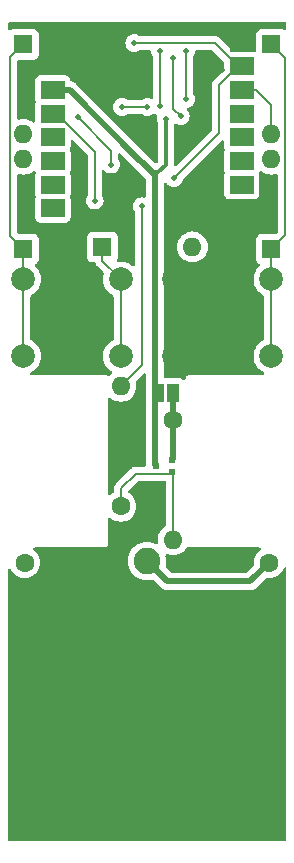
<source format=gbr>
%TF.GenerationSoftware,KiCad,Pcbnew,(7.0.0)*%
%TF.CreationDate,2023-07-04T16:48:58+02:00*%
%TF.ProjectId,attiny85_remote,61747469-6e79-4383-955f-72656d6f7465,rev?*%
%TF.SameCoordinates,Original*%
%TF.FileFunction,Copper,L1,Top*%
%TF.FilePolarity,Positive*%
%FSLAX46Y46*%
G04 Gerber Fmt 4.6, Leading zero omitted, Abs format (unit mm)*
G04 Created by KiCad (PCBNEW (7.0.0)) date 2023-07-04 16:48:58*
%MOMM*%
%LPD*%
G01*
G04 APERTURE LIST*
%TA.AperFunction,ComponentPad*%
%ADD10C,2.250000*%
%TD*%
%TA.AperFunction,ComponentPad*%
%ADD11C,1.755000*%
%TD*%
%TA.AperFunction,SMDPad,CuDef*%
%ADD12R,1.000000X1.500000*%
%TD*%
%TA.AperFunction,ComponentPad*%
%ADD13C,1.600000*%
%TD*%
%TA.AperFunction,SMDPad,CuDef*%
%ADD14R,0.600000X0.600000*%
%TD*%
%TA.AperFunction,SMDPad,CuDef*%
%ADD15R,2.000000X1.500000*%
%TD*%
%TA.AperFunction,ComponentPad*%
%ADD16C,2.000000*%
%TD*%
%TA.AperFunction,ComponentPad*%
%ADD17R,1.600000X1.600000*%
%TD*%
%TA.AperFunction,ComponentPad*%
%ADD18O,1.600000X1.600000*%
%TD*%
%TA.AperFunction,ViaPad*%
%ADD19C,0.500000*%
%TD*%
%TA.AperFunction,ViaPad*%
%ADD20C,0.800000*%
%TD*%
%TA.AperFunction,Conductor*%
%ADD21C,0.200000*%
%TD*%
%TA.AperFunction,Conductor*%
%ADD22C,0.500000*%
%TD*%
%TA.AperFunction,Conductor*%
%ADD23C,0.300000*%
%TD*%
G04 APERTURE END LIST*
D10*
%TO.P,BT1,+*%
%TO.N,+3.3V*%
X191075000Y-90400000D03*
D11*
%TO.P,BT1,-*%
%TO.N,GND*%
X191075000Y-110400000D03*
%TD*%
D12*
%TO.P,J3,1,Pin_1*%
%TO.N,+3.3V*%
X193299999Y-76149999D03*
%TO.P,J3,2,Pin_2*%
%TO.N,VCC*%
X191999999Y-76149999D03*
%TD*%
D13*
%TO.P,C2,1*%
%TO.N,GND*%
X185725000Y-90525000D03*
%TO.P,C2,2*%
%TO.N,+3.3V*%
X180725000Y-90525000D03*
%TD*%
%TO.P,C1,1*%
%TO.N,GND*%
X196425000Y-90525000D03*
%TO.P,C1,2*%
%TO.N,+3.3V*%
X201425000Y-90525000D03*
%TD*%
D14*
%TO.P,Q1,1,G*%
%TO.N,Net-(Q1-G)*%
X193224999Y-82824999D03*
%TO.P,Q1,2,S*%
%TO.N,+3.3V*%
X193224999Y-81824999D03*
%TO.P,Q1,3,D*%
%TO.N,VCC*%
X191824999Y-82324999D03*
%TD*%
D15*
%TO.P,U1,1,GND*%
%TO.N,GND*%
X183099999Y-46524999D03*
%TO.P,U1,2,GND*%
X183099999Y-48524999D03*
%TO.P,U1,3,VDD*%
%TO.N,VCC*%
X183099999Y-50524999D03*
%TO.P,U1,4,~{RESET}*%
%TO.N,/RST*%
X183099999Y-52524999D03*
%TO.P,U1,5,DIO0*%
%TO.N,unconnected-(U1-DIO0-Pad5)*%
X183099999Y-54524999D03*
%TO.P,U1,6,DIO1*%
%TO.N,unconnected-(U1-DIO1-Pad6)*%
X183099999Y-56524999D03*
%TO.P,U1,7,DIO2*%
%TO.N,unconnected-(U1-DIO2-Pad7)*%
X183099999Y-58524999D03*
%TO.P,U1,8,DIO3*%
%TO.N,unconnected-(U1-DIO3-Pad8)*%
X183099999Y-60524999D03*
%TO.P,U1,9,GND*%
%TO.N,GND*%
X199099999Y-60524999D03*
%TO.P,U1,10,DIO4*%
%TO.N,unconnected-(U1-DIO4-Pad10)*%
X199099999Y-58524999D03*
%TO.P,U1,11,DIO5*%
%TO.N,unconnected-(U1-DIO5-Pad11)*%
X199099999Y-56524999D03*
%TO.P,U1,12,SCK*%
%TO.N,/INT0*%
X199099999Y-54524999D03*
%TO.P,U1,13,MISO*%
%TO.N,/MISO*%
X199099999Y-52524999D03*
%TO.P,U1,14,MOSI*%
%TO.N,/MOSI*%
X199099999Y-50524999D03*
%TO.P,U1,15,~{NSS}*%
%TO.N,/PB3*%
X199099999Y-48524999D03*
%TO.P,U1,16,GND*%
%TO.N,GND*%
X199099999Y-46524999D03*
%TD*%
D16*
%TO.P,SW1,1,1*%
%TO.N,Net-(D5-K)*%
X201600000Y-73050000D03*
X201600000Y-66550000D03*
%TO.P,SW1,2,2*%
%TO.N,GND*%
X197100000Y-73050000D03*
X197100000Y-66550000D03*
%TD*%
D17*
%TO.P,D6,1,K*%
%TO.N,Net-(D5-K)*%
X201599999Y-46654999D03*
D18*
%TO.P,D6,2,A*%
%TO.N,/MOSI*%
X201599999Y-54274999D03*
%TD*%
D13*
%TO.P,R2,1*%
%TO.N,Net-(Q1-G)*%
X188875000Y-85760000D03*
D18*
%TO.P,R2,2*%
%TO.N,/DRV*%
X188874999Y-75599999D03*
%TD*%
D17*
%TO.P,D3,1,K*%
%TO.N,Net-(D3-K)*%
X180599999Y-63994999D03*
D18*
%TO.P,D3,2,A*%
%TO.N,Net-(D1-A)*%
X180599999Y-56374999D03*
%TD*%
D16*
%TO.P,SW3,1,1*%
%TO.N,Net-(D1-K)*%
X188850000Y-66550000D03*
X188850000Y-73050000D03*
%TO.P,SW3,2,2*%
%TO.N,GND*%
X193350000Y-66550000D03*
X193350000Y-73050000D03*
%TD*%
D17*
%TO.P,D4,1,K*%
%TO.N,Net-(D3-K)*%
X180599999Y-46654999D03*
D18*
%TO.P,D4,2,A*%
%TO.N,/MISO*%
X180599999Y-54274999D03*
%TD*%
%TO.P,D5,2,A*%
%TO.N,Net-(D1-A)*%
X201599999Y-56374999D03*
D17*
%TO.P,D5,1,K*%
%TO.N,Net-(D5-K)*%
X201599999Y-63994999D03*
%TD*%
D13*
%TO.P,R1,1*%
%TO.N,+3.3V*%
X193275000Y-78440000D03*
D18*
%TO.P,R1,2*%
%TO.N,Net-(Q1-G)*%
X193274999Y-88599999D03*
%TD*%
D16*
%TO.P,SW2,1,1*%
%TO.N,Net-(D3-K)*%
X180600000Y-66550000D03*
X180600000Y-73050000D03*
%TO.P,SW2,2,2*%
%TO.N,GND*%
X185100000Y-66550000D03*
X185100000Y-73050000D03*
%TD*%
D17*
%TO.P,D1,1,K*%
%TO.N,Net-(D1-K)*%
X187299999Y-63799999D03*
D18*
%TO.P,D1,2,A*%
%TO.N,Net-(D1-A)*%
X194919999Y-63799999D03*
%TD*%
D19*
%TO.N,GND*%
X196350000Y-53900000D03*
D20*
X189075000Y-82275000D03*
D19*
X197125000Y-55975000D03*
X190625000Y-59325000D03*
D20*
X191875000Y-85600000D03*
D19*
X195250000Y-54175000D03*
D20*
X188925000Y-79275000D03*
D19*
X197125000Y-56975000D03*
X180825000Y-94400000D03*
X197450000Y-48800000D03*
X190825000Y-55025000D03*
X190175000Y-54075000D03*
X194500000Y-58500000D03*
X193700000Y-90300000D03*
X201150000Y-94275000D03*
X180975000Y-113075000D03*
X183525000Y-63850000D03*
X196400000Y-108025000D03*
X185125000Y-57550000D03*
X191025000Y-49125000D03*
X201800000Y-113025000D03*
X187925000Y-58150000D03*
X195425000Y-49075000D03*
X198500000Y-46175000D03*
X184925000Y-48375000D03*
X185275000Y-56200000D03*
X183100000Y-46525000D03*
X191525000Y-95575000D03*
X191625000Y-54075000D03*
X186150000Y-107575000D03*
D20*
X188900000Y-88350000D03*
D19*
X188500000Y-50550000D03*
D20*
X190525000Y-77375000D03*
D19*
X180725000Y-51275000D03*
X198650000Y-90375000D03*
X199825000Y-46950000D03*
X195500000Y-53225000D03*
%TO.N,/INT0*%
X192175000Y-47250000D03*
X198400000Y-54575000D03*
X192175000Y-51900000D03*
%TO.N,/MOSI*%
X198400000Y-50550000D03*
%TO.N,/MISO*%
X188950000Y-51950000D03*
X194375000Y-51300000D03*
X191112500Y-51962500D03*
X194375000Y-47250000D03*
X198400000Y-52550000D03*
%TO.N,/PB5*%
X193300000Y-47800000D03*
X193925000Y-52750000D03*
%TO.N,/PB3*%
X190005000Y-46525000D03*
X193350000Y-57975000D03*
%TO.N,/PB4*%
X185200000Y-52825000D03*
X188025000Y-56825000D03*
%TO.N,VCC*%
X192675000Y-52950000D03*
%TO.N,/RST*%
X186650000Y-59875000D03*
%TO.N,/DRV*%
X190650000Y-60357500D03*
%TD*%
D21*
%TO.N,Net-(Q1-G)*%
X190125000Y-83000000D02*
X193050000Y-83000000D01*
X188875000Y-85760000D02*
X188875000Y-84250000D01*
X188875000Y-84250000D02*
X190125000Y-83000000D01*
X193050000Y-83000000D02*
X193225000Y-82825000D01*
X193275000Y-82875000D02*
X193225000Y-82825000D01*
X193275000Y-88600000D02*
X193275000Y-82875000D01*
D22*
%TO.N,VCC*%
X191750000Y-76400000D02*
X192000000Y-76150000D01*
X191825000Y-82325000D02*
X191750000Y-82250000D01*
X191750000Y-82250000D02*
X191750000Y-76400000D01*
%TO.N,+3.3V*%
X193275000Y-81775000D02*
X193225000Y-81825000D01*
X193275000Y-78440000D02*
X193275000Y-81775000D01*
X193275000Y-78440000D02*
X193275000Y-76175000D01*
X193275000Y-76175000D02*
X193300000Y-76150000D01*
%TO.N,VCC*%
X191850000Y-76150000D02*
X192275000Y-76150000D01*
X191750000Y-76250000D02*
X191850000Y-76150000D01*
D21*
%TO.N,Net-(D3-K)*%
X180600000Y-63995000D02*
X180600000Y-66550000D01*
X179500000Y-62895000D02*
X180600000Y-63995000D01*
X179500000Y-47755000D02*
X179500000Y-62895000D01*
X180600000Y-46655000D02*
X179500000Y-47755000D01*
D22*
%TO.N,+3.3V*%
X199825000Y-92125000D02*
X192800000Y-92125000D01*
X192800000Y-92125000D02*
X191075000Y-90400000D01*
X201425000Y-90525000D02*
X199825000Y-92125000D01*
D21*
%TO.N,/INT0*%
X192175000Y-51900000D02*
X192175000Y-47250000D01*
%TO.N,Net-(D1-K)*%
X188850000Y-73050000D02*
X188850000Y-66550000D01*
X187290000Y-63800000D02*
X187290000Y-64990000D01*
X187290000Y-64990000D02*
X188850000Y-66550000D01*
%TO.N,/MOSI*%
X201550000Y-51800000D02*
X200275000Y-50525000D01*
X200275000Y-50525000D02*
X199075000Y-50525000D01*
X201550000Y-54265000D02*
X201550000Y-51800000D01*
%TO.N,/MISO*%
X194375000Y-51300000D02*
X194375000Y-47250000D01*
X191100000Y-51950000D02*
X191112500Y-51962500D01*
X188950000Y-51950000D02*
X191100000Y-51950000D01*
%TO.N,Net-(D5-K)*%
X201600000Y-64050000D02*
X201600000Y-66550000D01*
X201600000Y-73050000D02*
X201600000Y-66550000D01*
X201550000Y-46645000D02*
X202750000Y-47845000D01*
X202750000Y-62800000D02*
X201550000Y-64000000D01*
X201550000Y-64000000D02*
X201600000Y-64050000D01*
X202750000Y-47845000D02*
X202750000Y-62800000D01*
%TO.N,/PB5*%
X193300000Y-52125000D02*
X193925000Y-52750000D01*
X193300000Y-47800000D02*
X193300000Y-52125000D01*
%TO.N,/PB3*%
X196800000Y-46525000D02*
X190005000Y-46525000D01*
X193350000Y-57975000D02*
X197200000Y-54125000D01*
X198750000Y-48525000D02*
X199100000Y-48525000D01*
X197200000Y-50075000D02*
X198750000Y-48525000D01*
X198800000Y-48525000D02*
X196800000Y-46525000D01*
X199100000Y-48525000D02*
X198800000Y-48525000D01*
X197200000Y-54125000D02*
X197200000Y-50075000D01*
%TO.N,/PB4*%
X188025000Y-55650000D02*
X188025000Y-56825000D01*
X185200000Y-52825000D02*
X188025000Y-55650000D01*
D22*
%TO.N,VCC*%
X191487500Y-57487500D02*
X190725000Y-56725000D01*
D23*
X192025000Y-57475000D02*
X191750000Y-57750000D01*
D22*
X192275000Y-76150000D02*
X191750000Y-76150000D01*
X183075000Y-50525000D02*
X184525000Y-50525000D01*
X191750000Y-76150000D02*
X191750000Y-57750000D01*
D23*
X192012500Y-57487500D02*
X191487500Y-57487500D01*
X192675000Y-52950000D02*
X192675000Y-56825000D01*
D22*
X190412500Y-56412500D02*
X190725000Y-56725000D01*
X184525000Y-50525000D02*
X190412500Y-56412500D01*
X191750000Y-57750000D02*
X191487500Y-57487500D01*
D23*
X192025000Y-57475000D02*
X192012500Y-57487500D01*
X192675000Y-56825000D02*
X192025000Y-57475000D01*
D21*
%TO.N,/RST*%
X186650000Y-59875000D02*
X186650000Y-55750000D01*
X186650000Y-55750000D02*
X183425000Y-52525000D01*
X183425000Y-52525000D02*
X183100000Y-52525000D01*
%TO.N,Net-(D3-K)*%
X180600000Y-66550000D02*
X180600000Y-73050000D01*
%TO.N,/DRV*%
X190650000Y-60357500D02*
X190650000Y-73825000D01*
X190650000Y-73825000D02*
X188875000Y-75600000D01*
%TD*%
%TA.AperFunction,Conductor*%
%TO.N,GND*%
G36*
X192612500Y-83617113D02*
G01*
X192657887Y-83662500D01*
X192674500Y-83724500D01*
X192674500Y-87368307D01*
X192660489Y-87425564D01*
X192621623Y-87469882D01*
X192440296Y-87596847D01*
X192440291Y-87596850D01*
X192435861Y-87599953D01*
X192432037Y-87603776D01*
X192432031Y-87603782D01*
X192278782Y-87757031D01*
X192278776Y-87757037D01*
X192274953Y-87760861D01*
X192271850Y-87765291D01*
X192271847Y-87765296D01*
X192147540Y-87942826D01*
X192147535Y-87942833D01*
X192144432Y-87947266D01*
X192142144Y-87952172D01*
X192142142Y-87952176D01*
X192050550Y-88148594D01*
X192050547Y-88148599D01*
X192048261Y-88153504D01*
X192046862Y-88158724D01*
X192046858Y-88158736D01*
X191990764Y-88368083D01*
X191990762Y-88368094D01*
X191989365Y-88373308D01*
X191969532Y-88600000D01*
X191970004Y-88605395D01*
X191989065Y-88823270D01*
X191977460Y-88887456D01*
X191934885Y-88936872D01*
X191873122Y-88957845D01*
X191815767Y-88945923D01*
X191815243Y-88947191D01*
X191578860Y-88849278D01*
X191574134Y-88848143D01*
X191574130Y-88848142D01*
X191334799Y-88790683D01*
X191334794Y-88790682D01*
X191330070Y-88789548D01*
X191325223Y-88789166D01*
X191325220Y-88789166D01*
X191079854Y-88769856D01*
X191075000Y-88769474D01*
X191070146Y-88769856D01*
X190824779Y-88789166D01*
X190824774Y-88789166D01*
X190819930Y-88789548D01*
X190815207Y-88790681D01*
X190815200Y-88790683D01*
X190575869Y-88848142D01*
X190575861Y-88848144D01*
X190571140Y-88849278D01*
X190566647Y-88851138D01*
X190566644Y-88851140D01*
X190339261Y-88945325D01*
X190339256Y-88945327D01*
X190334757Y-88947191D01*
X190330604Y-88949735D01*
X190330598Y-88949739D01*
X190120758Y-89078328D01*
X190120744Y-89078338D01*
X190116601Y-89080877D01*
X190112901Y-89084036D01*
X190112890Y-89084045D01*
X189925751Y-89243877D01*
X189925744Y-89243883D01*
X189922044Y-89247044D01*
X189918883Y-89250744D01*
X189918877Y-89250751D01*
X189759045Y-89437890D01*
X189759036Y-89437901D01*
X189755877Y-89441601D01*
X189753338Y-89445744D01*
X189753328Y-89445758D01*
X189624739Y-89655598D01*
X189624735Y-89655604D01*
X189622191Y-89659757D01*
X189620327Y-89664256D01*
X189620325Y-89664261D01*
X189552444Y-89828141D01*
X189524278Y-89896140D01*
X189523144Y-89900861D01*
X189523142Y-89900869D01*
X189465683Y-90140200D01*
X189465681Y-90140207D01*
X189464548Y-90144930D01*
X189444474Y-90400000D01*
X189464548Y-90655070D01*
X189465682Y-90659794D01*
X189465683Y-90659799D01*
X189521469Y-90892162D01*
X189524278Y-90903860D01*
X189622191Y-91140243D01*
X189624738Y-91144400D01*
X189624739Y-91144401D01*
X189753328Y-91354241D01*
X189753334Y-91354249D01*
X189755877Y-91358399D01*
X189759041Y-91362104D01*
X189759045Y-91362109D01*
X189900859Y-91528152D01*
X189922044Y-91552956D01*
X189925751Y-91556122D01*
X190112890Y-91715954D01*
X190112893Y-91715956D01*
X190116601Y-91719123D01*
X190120752Y-91721667D01*
X190120758Y-91721671D01*
X190172113Y-91753141D01*
X190334757Y-91852809D01*
X190571140Y-91950722D01*
X190819930Y-92010452D01*
X191075000Y-92030526D01*
X191330070Y-92010452D01*
X191499639Y-91969741D01*
X191562243Y-91970970D01*
X191616266Y-92002634D01*
X192224267Y-92610634D01*
X192236049Y-92624267D01*
X192246077Y-92637738D01*
X192246081Y-92637742D01*
X192250390Y-92643530D01*
X192288352Y-92675384D01*
X192296314Y-92682681D01*
X192300223Y-92686590D01*
X192303055Y-92688829D01*
X192303065Y-92688838D01*
X192324542Y-92705819D01*
X192327298Y-92708063D01*
X192384786Y-92756302D01*
X192391245Y-92759546D01*
X192394134Y-92761446D01*
X192394417Y-92761650D01*
X192394710Y-92761814D01*
X192397659Y-92763632D01*
X192403323Y-92768111D01*
X192471357Y-92799835D01*
X192474483Y-92801348D01*
X192541567Y-92835040D01*
X192548597Y-92836705D01*
X192551831Y-92837883D01*
X192552163Y-92838020D01*
X192552493Y-92838114D01*
X192555781Y-92839203D01*
X192562327Y-92842256D01*
X192635862Y-92857439D01*
X192639223Y-92858184D01*
X192712279Y-92875500D01*
X192719509Y-92875500D01*
X192722949Y-92875902D01*
X192723286Y-92875956D01*
X192723640Y-92875972D01*
X192727066Y-92876271D01*
X192734144Y-92877733D01*
X192809110Y-92875552D01*
X192812717Y-92875500D01*
X199761293Y-92875500D01*
X199779264Y-92876809D01*
X199783160Y-92877379D01*
X199803023Y-92880289D01*
X199852368Y-92875972D01*
X199863176Y-92875500D01*
X199865100Y-92875500D01*
X199868709Y-92875500D01*
X199899550Y-92871894D01*
X199903031Y-92871539D01*
X199977797Y-92864999D01*
X199984653Y-92862726D01*
X199988043Y-92862027D01*
X199988375Y-92861973D01*
X199988728Y-92861873D01*
X199992071Y-92861080D01*
X199999255Y-92860241D01*
X200069760Y-92834579D01*
X200073118Y-92833412D01*
X200144334Y-92809814D01*
X200150486Y-92806018D01*
X200153607Y-92804564D01*
X200153929Y-92804430D01*
X200154238Y-92804258D01*
X200157315Y-92802712D01*
X200164117Y-92800237D01*
X200226837Y-92758984D01*
X200229732Y-92757140D01*
X200293656Y-92717712D01*
X200298763Y-92712603D01*
X200301476Y-92710459D01*
X200301758Y-92710254D01*
X200302029Y-92710007D01*
X200304658Y-92707800D01*
X200310696Y-92703830D01*
X200362186Y-92649252D01*
X200364631Y-92646735D01*
X201159652Y-91851714D01*
X201204921Y-91822875D01*
X201258136Y-91815869D01*
X201425000Y-91830468D01*
X201651692Y-91810635D01*
X201871496Y-91751739D01*
X202077734Y-91655568D01*
X202264139Y-91525047D01*
X202425047Y-91364139D01*
X202555568Y-91177734D01*
X202638118Y-91000705D01*
X202681160Y-90950310D01*
X202744011Y-90929281D01*
X202808715Y-90943626D01*
X202856789Y-90989246D01*
X202874500Y-91053111D01*
X202874500Y-114000500D01*
X202857887Y-114062500D01*
X202812500Y-114107887D01*
X202750500Y-114124500D01*
X179449500Y-114124500D01*
X179387500Y-114107887D01*
X179342113Y-114062500D01*
X179325500Y-114000500D01*
X179325500Y-91160336D01*
X179343211Y-91096471D01*
X179391285Y-91050851D01*
X179455989Y-91036506D01*
X179518840Y-91057535D01*
X179561882Y-91107931D01*
X179594432Y-91177734D01*
X179724953Y-91364139D01*
X179885861Y-91525047D01*
X180072266Y-91655568D01*
X180278504Y-91751739D01*
X180498308Y-91810635D01*
X180725000Y-91830468D01*
X180951692Y-91810635D01*
X181171496Y-91751739D01*
X181377734Y-91655568D01*
X181564139Y-91525047D01*
X181725047Y-91364139D01*
X181855568Y-91177734D01*
X181951739Y-90971496D01*
X182010635Y-90751692D01*
X182030468Y-90525000D01*
X182010635Y-90298308D01*
X181968270Y-90140200D01*
X181953141Y-90083736D01*
X181953140Y-90083734D01*
X181951739Y-90078504D01*
X181855568Y-89872266D01*
X181725047Y-89685861D01*
X181564139Y-89524953D01*
X181494332Y-89476074D01*
X181454006Y-89428859D01*
X181441626Y-89368011D01*
X181460298Y-89308790D01*
X181505339Y-89266047D01*
X181565456Y-89250500D01*
X187446840Y-89250500D01*
X187458280Y-89251029D01*
X187460743Y-89251257D01*
X187471793Y-89254401D01*
X187508183Y-89251028D01*
X187519624Y-89250500D01*
X187522109Y-89250500D01*
X187527844Y-89250500D01*
X187535939Y-89248986D01*
X187547259Y-89247407D01*
X187583660Y-89244035D01*
X187593947Y-89238912D01*
X187596317Y-89238238D01*
X187596587Y-89238174D01*
X187596842Y-89238062D01*
X187599138Y-89237172D01*
X187610433Y-89235061D01*
X187641530Y-89215805D01*
X187651488Y-89210259D01*
X187684228Y-89193958D01*
X187691972Y-89185461D01*
X187693924Y-89183988D01*
X187694165Y-89183822D01*
X187694367Y-89183621D01*
X187696177Y-89181970D01*
X187705952Y-89175919D01*
X187727980Y-89146747D01*
X187735284Y-89137951D01*
X187759916Y-89110933D01*
X187764069Y-89100209D01*
X187765360Y-89098126D01*
X187765521Y-89097889D01*
X187765637Y-89097629D01*
X187766728Y-89095436D01*
X187773656Y-89086264D01*
X187783659Y-89051102D01*
X187787292Y-89040263D01*
X187800500Y-89006173D01*
X187800500Y-88994679D01*
X187800952Y-88992261D01*
X187801016Y-88991986D01*
X187801029Y-88991720D01*
X187801257Y-88989256D01*
X187804401Y-88978207D01*
X187801028Y-88941816D01*
X187800500Y-88930376D01*
X187800500Y-86824048D01*
X187814015Y-86767753D01*
X187851615Y-86723730D01*
X187905102Y-86701575D01*
X187962818Y-86706117D01*
X188012181Y-86736366D01*
X188035861Y-86760047D01*
X188222266Y-86890568D01*
X188428504Y-86986739D01*
X188648308Y-87045635D01*
X188875000Y-87065468D01*
X189101692Y-87045635D01*
X189321496Y-86986739D01*
X189527734Y-86890568D01*
X189714139Y-86760047D01*
X189875047Y-86599139D01*
X190005568Y-86412734D01*
X190101739Y-86206496D01*
X190160635Y-85986692D01*
X190180468Y-85760000D01*
X190160635Y-85533308D01*
X190101739Y-85313504D01*
X190005568Y-85107266D01*
X189875047Y-84920861D01*
X189714139Y-84759953D01*
X189541190Y-84638854D01*
X189504928Y-84599282D01*
X189488787Y-84548089D01*
X189495793Y-84494871D01*
X189524632Y-84449602D01*
X190337416Y-83636819D01*
X190377644Y-83609939D01*
X190425097Y-83600500D01*
X192550500Y-83600500D01*
X192612500Y-83617113D01*
G37*
%TD.AperFunction*%
%TA.AperFunction,Conductor*%
G36*
X194525399Y-89226975D02*
G01*
X194548886Y-89233657D01*
X194559750Y-89237298D01*
X194583109Y-89246348D01*
X194583110Y-89246348D01*
X194593827Y-89250500D01*
X194605321Y-89250500D01*
X194607739Y-89250952D01*
X194608014Y-89251016D01*
X194608280Y-89251029D01*
X194610743Y-89251257D01*
X194621793Y-89254401D01*
X194658183Y-89251028D01*
X194669624Y-89250500D01*
X200584544Y-89250500D01*
X200644661Y-89266047D01*
X200689702Y-89308790D01*
X200708374Y-89368011D01*
X200695994Y-89428859D01*
X200655667Y-89476075D01*
X200590296Y-89521847D01*
X200590291Y-89521850D01*
X200585861Y-89524953D01*
X200582037Y-89528776D01*
X200582031Y-89528782D01*
X200428782Y-89682031D01*
X200428776Y-89682037D01*
X200424953Y-89685861D01*
X200421850Y-89690291D01*
X200421847Y-89690296D01*
X200297540Y-89867826D01*
X200297535Y-89867833D01*
X200294432Y-89872266D01*
X200292144Y-89877172D01*
X200292142Y-89877176D01*
X200200550Y-90073594D01*
X200200547Y-90073599D01*
X200198261Y-90078504D01*
X200196862Y-90083724D01*
X200196858Y-90083736D01*
X200140764Y-90293083D01*
X200140762Y-90293094D01*
X200139365Y-90298308D01*
X200119532Y-90525000D01*
X200120004Y-90530395D01*
X200120004Y-90530396D01*
X200134129Y-90691861D01*
X200127123Y-90745078D01*
X200098282Y-90790348D01*
X199550451Y-91338181D01*
X199510223Y-91365061D01*
X199462770Y-91374500D01*
X193162229Y-91374500D01*
X193114776Y-91365061D01*
X193074548Y-91338181D01*
X192677634Y-90941266D01*
X192645970Y-90887243D01*
X192644741Y-90824639D01*
X192685452Y-90655070D01*
X192705526Y-90400000D01*
X192685452Y-90144930D01*
X192641410Y-89961484D01*
X192644478Y-89892937D01*
X192683528Y-89836514D01*
X192746604Y-89809497D01*
X192814388Y-89820156D01*
X192828504Y-89826739D01*
X192833734Y-89828140D01*
X192833736Y-89828141D01*
X192998414Y-89872266D01*
X193048308Y-89885635D01*
X193275000Y-89905468D01*
X193501692Y-89885635D01*
X193721496Y-89826739D01*
X193927734Y-89730568D01*
X194114139Y-89600047D01*
X194275047Y-89439139D01*
X194389895Y-89275116D01*
X194426912Y-89240372D01*
X194474755Y-89223374D01*
X194525399Y-89226975D01*
G37*
%TD.AperFunction*%
%TA.AperFunction,Conductor*%
G36*
X190948385Y-74523779D02*
G01*
X190985985Y-74567802D01*
X190999500Y-74624097D01*
X190999500Y-76124555D01*
X190999290Y-76131764D01*
X190995669Y-76193935D01*
X190996921Y-76201039D01*
X190997238Y-76206484D01*
X190998183Y-76215735D01*
X190999447Y-76259147D01*
X190999500Y-76262756D01*
X190999500Y-76312816D01*
X190999028Y-76323626D01*
X190998726Y-76327070D01*
X190997266Y-76334144D01*
X190997476Y-76341360D01*
X190997476Y-76341361D01*
X190999448Y-76409130D01*
X190999500Y-76412737D01*
X190999500Y-82186293D01*
X190998191Y-82204264D01*
X190994711Y-82228023D01*
X190995340Y-82235214D01*
X190995340Y-82235221D01*
X190997919Y-82264693D01*
X190985201Y-82331152D01*
X190939488Y-82381039D01*
X190874391Y-82399500D01*
X190172487Y-82399500D01*
X190156302Y-82398439D01*
X190133059Y-82395379D01*
X190125000Y-82394318D01*
X190116941Y-82395379D01*
X189983739Y-82412915D01*
X189983738Y-82412915D01*
X189968237Y-82414956D01*
X189968238Y-82414956D01*
X189954124Y-82420801D01*
X189954124Y-82420802D01*
X189829666Y-82472354D01*
X189829662Y-82472355D01*
X189822159Y-82475464D01*
X189815714Y-82480408D01*
X189815711Y-82480411D01*
X189703164Y-82566771D01*
X189703160Y-82566774D01*
X189696718Y-82571718D01*
X189691774Y-82578160D01*
X189691771Y-82578164D01*
X189677494Y-82596771D01*
X189666800Y-82608964D01*
X188483965Y-83791798D01*
X188471774Y-83802490D01*
X188453165Y-83816770D01*
X188453161Y-83816773D01*
X188446718Y-83821718D01*
X188441774Y-83828160D01*
X188441772Y-83828163D01*
X188422550Y-83853215D01*
X188355411Y-83940711D01*
X188355408Y-83940714D01*
X188350464Y-83947159D01*
X188347355Y-83954663D01*
X188347353Y-83954668D01*
X188293066Y-84085728D01*
X188293064Y-84085733D01*
X188289956Y-84093238D01*
X188288896Y-84101289D01*
X188288894Y-84101297D01*
X188270702Y-84239482D01*
X188269318Y-84250000D01*
X188270379Y-84258059D01*
X188273439Y-84281302D01*
X188274500Y-84297487D01*
X188274500Y-84528307D01*
X188260489Y-84585564D01*
X188221623Y-84629882D01*
X188040296Y-84756847D01*
X188040291Y-84756850D01*
X188035861Y-84759953D01*
X188032037Y-84763776D01*
X188032031Y-84763782D01*
X188012181Y-84783633D01*
X187962818Y-84813883D01*
X187905102Y-84818425D01*
X187851615Y-84796270D01*
X187814015Y-84752247D01*
X187800500Y-84695952D01*
X187800500Y-76664048D01*
X187814015Y-76607753D01*
X187851615Y-76563730D01*
X187905102Y-76541575D01*
X187962818Y-76546117D01*
X188012181Y-76576367D01*
X188035861Y-76600047D01*
X188222266Y-76730568D01*
X188428504Y-76826739D01*
X188648308Y-76885635D01*
X188875000Y-76905468D01*
X189101692Y-76885635D01*
X189321496Y-76826739D01*
X189527734Y-76730568D01*
X189714139Y-76600047D01*
X189875047Y-76439139D01*
X190005568Y-76252734D01*
X190101739Y-76046496D01*
X190160635Y-75826692D01*
X190180468Y-75600000D01*
X190160635Y-75373308D01*
X190134847Y-75277067D01*
X190134847Y-75212880D01*
X190166939Y-75157294D01*
X190787818Y-74536416D01*
X190837182Y-74506166D01*
X190894898Y-74501624D01*
X190948385Y-74523779D01*
G37*
%TD.AperFunction*%
%TA.AperFunction,Conductor*%
G36*
X197548385Y-54773777D02*
G01*
X197585985Y-54817800D01*
X197599500Y-54874095D01*
X197599500Y-55319560D01*
X197599500Y-55319578D01*
X197599501Y-55322872D01*
X197599853Y-55326150D01*
X197599854Y-55326161D01*
X197605079Y-55374768D01*
X197605080Y-55374773D01*
X197605909Y-55382483D01*
X197608619Y-55389749D01*
X197608620Y-55389753D01*
X197634556Y-55459290D01*
X197642901Y-55481665D01*
X197642902Y-55481666D01*
X197650720Y-55524999D01*
X197642902Y-55568331D01*
X197608621Y-55660244D01*
X197608621Y-55660246D01*
X197605909Y-55667517D01*
X197605079Y-55675227D01*
X197605079Y-55675232D01*
X197599855Y-55723819D01*
X197599854Y-55723831D01*
X197599500Y-55727127D01*
X197599500Y-55730448D01*
X197599500Y-55730449D01*
X197599500Y-57319560D01*
X197599500Y-57319578D01*
X197599501Y-57322872D01*
X197599853Y-57326150D01*
X197599854Y-57326161D01*
X197605079Y-57374768D01*
X197605080Y-57374773D01*
X197605909Y-57382483D01*
X197608619Y-57389749D01*
X197608620Y-57389753D01*
X197642902Y-57481667D01*
X197650720Y-57525000D01*
X197642902Y-57568333D01*
X197608620Y-57660247D01*
X197608620Y-57660249D01*
X197605909Y-57667517D01*
X197605079Y-57675227D01*
X197605079Y-57675232D01*
X197599855Y-57723819D01*
X197599854Y-57723831D01*
X197599500Y-57727127D01*
X197599500Y-57730448D01*
X197599500Y-57730449D01*
X197599500Y-59319560D01*
X197599500Y-59319578D01*
X197599501Y-59322872D01*
X197599853Y-59326150D01*
X197599854Y-59326161D01*
X197605079Y-59374768D01*
X197605080Y-59374773D01*
X197605909Y-59382483D01*
X197608619Y-59389749D01*
X197608620Y-59389753D01*
X197631206Y-59450309D01*
X197656204Y-59517331D01*
X197661518Y-59524430D01*
X197661519Y-59524431D01*
X197733950Y-59621187D01*
X197742454Y-59632546D01*
X197857669Y-59718796D01*
X197992517Y-59769091D01*
X198052127Y-59775500D01*
X200147872Y-59775499D01*
X200207483Y-59769091D01*
X200342331Y-59718796D01*
X200457546Y-59632546D01*
X200543796Y-59517331D01*
X200594091Y-59382483D01*
X200600500Y-59322873D01*
X200600499Y-57727128D01*
X200594091Y-57667517D01*
X200557095Y-57568327D01*
X200549279Y-57525000D01*
X200557095Y-57481672D01*
X200574814Y-57434165D01*
X200605782Y-57387420D01*
X200654177Y-57359094D01*
X200710101Y-57354983D01*
X200762117Y-57375926D01*
X200947266Y-57505568D01*
X201153504Y-57601739D01*
X201158734Y-57603140D01*
X201158736Y-57603141D01*
X201249717Y-57627519D01*
X201373308Y-57660635D01*
X201600000Y-57680468D01*
X201826692Y-57660635D01*
X201993407Y-57615963D01*
X202049691Y-57614122D01*
X202100986Y-57637363D01*
X202136712Y-57680895D01*
X202149500Y-57735739D01*
X202149500Y-62499902D01*
X202140061Y-62547355D01*
X202113181Y-62587584D01*
X202042582Y-62658182D01*
X202002353Y-62685061D01*
X201954901Y-62694500D01*
X200755439Y-62694500D01*
X200755420Y-62694500D01*
X200752128Y-62694501D01*
X200748850Y-62694853D01*
X200748838Y-62694854D01*
X200700231Y-62700079D01*
X200700225Y-62700080D01*
X200692517Y-62700909D01*
X200685252Y-62703618D01*
X200685246Y-62703620D01*
X200565980Y-62748104D01*
X200565978Y-62748104D01*
X200557669Y-62751204D01*
X200550572Y-62756516D01*
X200550568Y-62756519D01*
X200449550Y-62832141D01*
X200449546Y-62832144D01*
X200442454Y-62837454D01*
X200437144Y-62844546D01*
X200437141Y-62844550D01*
X200361519Y-62945568D01*
X200361516Y-62945572D01*
X200356204Y-62952669D01*
X200353104Y-62960978D01*
X200353104Y-62960980D01*
X200308620Y-63080247D01*
X200308619Y-63080250D01*
X200305909Y-63087517D01*
X200305079Y-63095227D01*
X200305079Y-63095232D01*
X200299855Y-63143819D01*
X200299854Y-63143831D01*
X200299500Y-63147127D01*
X200299500Y-63150448D01*
X200299500Y-63150449D01*
X200299500Y-64839560D01*
X200299500Y-64839578D01*
X200299501Y-64842872D01*
X200299853Y-64846150D01*
X200299854Y-64846161D01*
X200305079Y-64894768D01*
X200305080Y-64894773D01*
X200305909Y-64902483D01*
X200308619Y-64909749D01*
X200308620Y-64909753D01*
X200323799Y-64950449D01*
X200356204Y-65037331D01*
X200361518Y-65044430D01*
X200361519Y-65044431D01*
X200410557Y-65109938D01*
X200442454Y-65152546D01*
X200557669Y-65238796D01*
X200562019Y-65240418D01*
X200603280Y-65277866D01*
X200623776Y-65332423D01*
X200617085Y-65390317D01*
X200584684Y-65438760D01*
X200584293Y-65439119D01*
X200580256Y-65442262D01*
X200576796Y-65446020D01*
X200576789Y-65446027D01*
X200415311Y-65621439D01*
X200415305Y-65621446D01*
X200411836Y-65625215D01*
X200409031Y-65629506D01*
X200409028Y-65629512D01*
X200278631Y-65829099D01*
X200278624Y-65829111D01*
X200275827Y-65833393D01*
X200273772Y-65838077D01*
X200273766Y-65838089D01*
X200202142Y-66001377D01*
X200175937Y-66061119D01*
X200174679Y-66066084D01*
X200174678Y-66066089D01*
X200116151Y-66297204D01*
X200116149Y-66297213D01*
X200114892Y-66302179D01*
X200114468Y-66307288D01*
X200114467Y-66307298D01*
X200094781Y-66544883D01*
X200094357Y-66550000D01*
X200094781Y-66555117D01*
X200114467Y-66792701D01*
X200114468Y-66792709D01*
X200114892Y-66797821D01*
X200116149Y-66802788D01*
X200116151Y-66802795D01*
X200174678Y-67033910D01*
X200175937Y-67038881D01*
X200177997Y-67043577D01*
X200273766Y-67261910D01*
X200273769Y-67261916D01*
X200275827Y-67266607D01*
X200278627Y-67270893D01*
X200278631Y-67270900D01*
X200400500Y-67457434D01*
X200411836Y-67474785D01*
X200415310Y-67478559D01*
X200415311Y-67478560D01*
X200576784Y-67653967D01*
X200576787Y-67653970D01*
X200580256Y-67657738D01*
X200776491Y-67810474D01*
X200934517Y-67895993D01*
X200982023Y-67941574D01*
X200999500Y-68005048D01*
X200999500Y-71594952D01*
X200982023Y-71658426D01*
X200934517Y-71704006D01*
X200881202Y-71732858D01*
X200781002Y-71787084D01*
X200780995Y-71787088D01*
X200776491Y-71789526D01*
X200772448Y-71792672D01*
X200772440Y-71792678D01*
X200600662Y-71926379D01*
X200580256Y-71942262D01*
X200576793Y-71946023D01*
X200576784Y-71946032D01*
X200415311Y-72121439D01*
X200415305Y-72121446D01*
X200411836Y-72125215D01*
X200409031Y-72129506D01*
X200409028Y-72129512D01*
X200278631Y-72329099D01*
X200278624Y-72329111D01*
X200275827Y-72333393D01*
X200273772Y-72338077D01*
X200273766Y-72338089D01*
X200177997Y-72556422D01*
X200175937Y-72561119D01*
X200174679Y-72566084D01*
X200174678Y-72566089D01*
X200116151Y-72797204D01*
X200116149Y-72797213D01*
X200114892Y-72802179D01*
X200114468Y-72807288D01*
X200114467Y-72807298D01*
X200094781Y-73044883D01*
X200094357Y-73050000D01*
X200094781Y-73055117D01*
X200114467Y-73292701D01*
X200114468Y-73292709D01*
X200114892Y-73297821D01*
X200116149Y-73302788D01*
X200116151Y-73302795D01*
X200174678Y-73533910D01*
X200175937Y-73538881D01*
X200177997Y-73543577D01*
X200273766Y-73761910D01*
X200273769Y-73761916D01*
X200275827Y-73766607D01*
X200278627Y-73770893D01*
X200278631Y-73770900D01*
X200406675Y-73966885D01*
X200411836Y-73974785D01*
X200415310Y-73978559D01*
X200415311Y-73978560D01*
X200576784Y-74153967D01*
X200576787Y-74153970D01*
X200580256Y-74157738D01*
X200776491Y-74310474D01*
X200972310Y-74416445D01*
X201019285Y-74461148D01*
X201037274Y-74523450D01*
X201021355Y-74586313D01*
X200975882Y-74632544D01*
X200913291Y-74649500D01*
X194703160Y-74649500D01*
X194691720Y-74648971D01*
X194689256Y-74648742D01*
X194678207Y-74645599D01*
X194666767Y-74646659D01*
X194641817Y-74648971D01*
X194630376Y-74649500D01*
X194622156Y-74649500D01*
X194616534Y-74650550D01*
X194616519Y-74650552D01*
X194614066Y-74651011D01*
X194602740Y-74652591D01*
X194577778Y-74654904D01*
X194577773Y-74654905D01*
X194566340Y-74655965D01*
X194556057Y-74661084D01*
X194553661Y-74661766D01*
X194553412Y-74661824D01*
X194553180Y-74661927D01*
X194550853Y-74662828D01*
X194539567Y-74664939D01*
X194529805Y-74670982D01*
X194529800Y-74670985D01*
X194508494Y-74684177D01*
X194498496Y-74689745D01*
X194476057Y-74700918D01*
X194476047Y-74700925D01*
X194465772Y-74706042D01*
X194458036Y-74714526D01*
X194456051Y-74716026D01*
X194455838Y-74716171D01*
X194455649Y-74716361D01*
X194453814Y-74718033D01*
X194444048Y-74724081D01*
X194437125Y-74733247D01*
X194437124Y-74733249D01*
X194422025Y-74753243D01*
X194414712Y-74762049D01*
X194397822Y-74780576D01*
X194397816Y-74780584D01*
X194390084Y-74789067D01*
X194385936Y-74799772D01*
X194384618Y-74801901D01*
X194384477Y-74802105D01*
X194384369Y-74802352D01*
X194383263Y-74804571D01*
X194376344Y-74813736D01*
X194373201Y-74824779D01*
X194373201Y-74824781D01*
X194366343Y-74848885D01*
X194362705Y-74859739D01*
X194353651Y-74883111D01*
X194349500Y-74893827D01*
X194349500Y-74905318D01*
X194349047Y-74907741D01*
X194348983Y-74908011D01*
X194348971Y-74908280D01*
X194348742Y-74910743D01*
X194345599Y-74921793D01*
X194346659Y-74933232D01*
X194345599Y-74944674D01*
X194343115Y-74944443D01*
X194338048Y-74980823D01*
X194306071Y-75027612D01*
X194256615Y-75055286D01*
X194200011Y-75058065D01*
X194148082Y-75035369D01*
X194049431Y-74961519D01*
X194049430Y-74961518D01*
X194042331Y-74956204D01*
X193949998Y-74921766D01*
X193914752Y-74908620D01*
X193914750Y-74908619D01*
X193907483Y-74905909D01*
X193899770Y-74905079D01*
X193899767Y-74905079D01*
X193851180Y-74899855D01*
X193851169Y-74899854D01*
X193847873Y-74899500D01*
X193844550Y-74899500D01*
X192755439Y-74899500D01*
X192755420Y-74899500D01*
X192752128Y-74899501D01*
X192748850Y-74899853D01*
X192748838Y-74899854D01*
X192700227Y-74905080D01*
X192700225Y-74905080D01*
X192692517Y-74905909D01*
X192685255Y-74908617D01*
X192678510Y-74910211D01*
X192621489Y-74910211D01*
X192614747Y-74908618D01*
X192607483Y-74905909D01*
X192599767Y-74905079D01*
X192595990Y-74904187D01*
X192546698Y-74880064D01*
X192512644Y-74837028D01*
X192500500Y-74783509D01*
X192500500Y-63800000D01*
X193614532Y-63800000D01*
X193634365Y-64026692D01*
X193635762Y-64031907D01*
X193635764Y-64031916D01*
X193691858Y-64241263D01*
X193691861Y-64241271D01*
X193693261Y-64246496D01*
X193789432Y-64452734D01*
X193919953Y-64639139D01*
X194080861Y-64800047D01*
X194267266Y-64930568D01*
X194473504Y-65026739D01*
X194478734Y-65028140D01*
X194478736Y-65028141D01*
X194592523Y-65058630D01*
X194693308Y-65085635D01*
X194920000Y-65105468D01*
X195146692Y-65085635D01*
X195366496Y-65026739D01*
X195572734Y-64930568D01*
X195759139Y-64800047D01*
X195920047Y-64639139D01*
X196050568Y-64452734D01*
X196146739Y-64246496D01*
X196205635Y-64026692D01*
X196225468Y-63800000D01*
X196205635Y-63573308D01*
X196146739Y-63353504D01*
X196050568Y-63147266D01*
X195920047Y-62960861D01*
X195759139Y-62799953D01*
X195572734Y-62669432D01*
X195366496Y-62573261D01*
X195361271Y-62571861D01*
X195361263Y-62571858D01*
X195151916Y-62515764D01*
X195151907Y-62515762D01*
X195146692Y-62514365D01*
X195141304Y-62513893D01*
X195141301Y-62513893D01*
X194925395Y-62495004D01*
X194920000Y-62494532D01*
X194914605Y-62495004D01*
X194698698Y-62513893D01*
X194698693Y-62513893D01*
X194693308Y-62514365D01*
X194688094Y-62515762D01*
X194688083Y-62515764D01*
X194478736Y-62571858D01*
X194478724Y-62571862D01*
X194473504Y-62573261D01*
X194468599Y-62575547D01*
X194468594Y-62575550D01*
X194272176Y-62667142D01*
X194272172Y-62667144D01*
X194267266Y-62669432D01*
X194262833Y-62672535D01*
X194262826Y-62672540D01*
X194085296Y-62796847D01*
X194085291Y-62796850D01*
X194080861Y-62799953D01*
X194077037Y-62803776D01*
X194077031Y-62803782D01*
X193923782Y-62957031D01*
X193923776Y-62957037D01*
X193919953Y-62960861D01*
X193916850Y-62965291D01*
X193916847Y-62965296D01*
X193792540Y-63142826D01*
X193792535Y-63142833D01*
X193789432Y-63147266D01*
X193787144Y-63152172D01*
X193787142Y-63152176D01*
X193695550Y-63348594D01*
X193695547Y-63348599D01*
X193693261Y-63353504D01*
X193691862Y-63358724D01*
X193691858Y-63358736D01*
X193635764Y-63568083D01*
X193635762Y-63568094D01*
X193634365Y-63573308D01*
X193614532Y-63800000D01*
X192500500Y-63800000D01*
X192500500Y-58464071D01*
X192516652Y-58402876D01*
X192560901Y-58357623D01*
X192621718Y-58340102D01*
X192683260Y-58354877D01*
X192729493Y-58398098D01*
X192759523Y-58445890D01*
X192879110Y-58565477D01*
X193022310Y-58655456D01*
X193181941Y-58711313D01*
X193350000Y-58730249D01*
X193518059Y-58711313D01*
X193677690Y-58655456D01*
X193820890Y-58565477D01*
X193940477Y-58445890D01*
X194030456Y-58302690D01*
X194086313Y-58143059D01*
X194088456Y-58124032D01*
X194099955Y-58084119D01*
X194123992Y-58050241D01*
X197387821Y-54786412D01*
X197437182Y-54756164D01*
X197494898Y-54751622D01*
X197548385Y-54773777D01*
G37*
%TD.AperFunction*%
%TA.AperFunction,Conductor*%
G36*
X184762817Y-54731165D02*
G01*
X184812180Y-54761415D01*
X186013181Y-55962416D01*
X186040061Y-56002644D01*
X186049500Y-56050097D01*
X186049500Y-59384337D01*
X186030494Y-59450309D01*
X185978744Y-59532669D01*
X185969544Y-59547310D01*
X185967247Y-59553872D01*
X185967245Y-59553878D01*
X185915987Y-59700366D01*
X185915985Y-59700371D01*
X185913687Y-59706941D01*
X185912907Y-59713855D01*
X185912906Y-59713864D01*
X185906002Y-59775144D01*
X185894751Y-59875000D01*
X185895531Y-59881923D01*
X185912906Y-60036135D01*
X185912907Y-60036142D01*
X185913687Y-60043059D01*
X185969544Y-60202690D01*
X186059523Y-60345890D01*
X186179110Y-60465477D01*
X186322310Y-60555456D01*
X186481941Y-60611313D01*
X186650000Y-60630249D01*
X186818059Y-60611313D01*
X186977690Y-60555456D01*
X187120890Y-60465477D01*
X187240477Y-60345890D01*
X187330456Y-60202690D01*
X187386313Y-60043059D01*
X187405249Y-59875000D01*
X187386313Y-59706941D01*
X187330456Y-59547310D01*
X187269505Y-59450308D01*
X187250500Y-59384337D01*
X187250500Y-57411229D01*
X187264015Y-57354934D01*
X187301615Y-57310911D01*
X187355102Y-57288756D01*
X187412818Y-57293298D01*
X187462181Y-57323548D01*
X187554110Y-57415477D01*
X187697310Y-57505456D01*
X187856941Y-57561313D01*
X188025000Y-57580249D01*
X188193059Y-57561313D01*
X188352690Y-57505456D01*
X188495890Y-57415477D01*
X188615477Y-57295890D01*
X188705456Y-57152690D01*
X188761313Y-56993059D01*
X188780249Y-56825000D01*
X188761313Y-56656941D01*
X188705456Y-56497310D01*
X188644505Y-56400308D01*
X188625500Y-56334337D01*
X188625500Y-55986229D01*
X188639015Y-55929934D01*
X188676615Y-55885911D01*
X188730102Y-55863756D01*
X188787818Y-55868298D01*
X188837181Y-55898548D01*
X189819786Y-56881153D01*
X189819788Y-56881156D01*
X190963181Y-58024549D01*
X190990061Y-58064777D01*
X190999500Y-58112230D01*
X190999500Y-59509914D01*
X190985667Y-59566828D01*
X190947255Y-59611043D01*
X190892834Y-59632696D01*
X190834546Y-59626956D01*
X190824633Y-59623487D01*
X190824630Y-59623486D01*
X190818059Y-59621187D01*
X190811142Y-59620407D01*
X190811135Y-59620406D01*
X190656923Y-59603031D01*
X190650000Y-59602251D01*
X190643077Y-59603031D01*
X190488864Y-59620406D01*
X190488855Y-59620407D01*
X190481941Y-59621187D01*
X190475371Y-59623485D01*
X190475366Y-59623487D01*
X190328878Y-59674745D01*
X190328872Y-59674747D01*
X190322310Y-59677044D01*
X190316419Y-59680745D01*
X190316418Y-59680746D01*
X190185010Y-59763315D01*
X190185005Y-59763318D01*
X190179110Y-59767023D01*
X190174185Y-59771947D01*
X190174181Y-59771951D01*
X190064451Y-59881681D01*
X190064447Y-59881685D01*
X190059523Y-59886610D01*
X190055818Y-59892505D01*
X190055815Y-59892510D01*
X189973246Y-60023918D01*
X189969544Y-60029810D01*
X189967247Y-60036372D01*
X189967245Y-60036378D01*
X189915987Y-60182866D01*
X189915985Y-60182871D01*
X189913687Y-60189441D01*
X189912907Y-60196355D01*
X189912906Y-60196364D01*
X189911530Y-60208581D01*
X189894751Y-60357500D01*
X189895531Y-60364423D01*
X189912906Y-60518635D01*
X189912907Y-60518642D01*
X189913687Y-60525559D01*
X189915986Y-60532130D01*
X189915987Y-60532133D01*
X189922852Y-60551753D01*
X189969544Y-60685190D01*
X189973246Y-60691081D01*
X190030494Y-60782191D01*
X190049500Y-60848163D01*
X190049500Y-65328526D01*
X190030688Y-65394188D01*
X189979960Y-65439926D01*
X189912708Y-65451864D01*
X189849338Y-65426379D01*
X189677559Y-65292678D01*
X189677557Y-65292676D01*
X189673509Y-65289526D01*
X189665761Y-65285333D01*
X189459316Y-65173610D01*
X189459310Y-65173607D01*
X189454810Y-65171172D01*
X189449969Y-65169510D01*
X189449962Y-65169507D01*
X189224465Y-65092094D01*
X189224461Y-65092093D01*
X189219614Y-65090429D01*
X189210768Y-65088952D01*
X188979398Y-65050344D01*
X188979387Y-65050343D01*
X188974335Y-65049500D01*
X188725665Y-65049500D01*
X188720613Y-65050343D01*
X188720601Y-65050344D01*
X188645569Y-65062865D01*
X188587284Y-65058630D01*
X188537411Y-65028170D01*
X188507028Y-64978250D01*
X188502883Y-64919959D01*
X188525893Y-64866245D01*
X188543796Y-64842331D01*
X188594091Y-64707483D01*
X188600500Y-64647873D01*
X188600499Y-62952128D01*
X188594091Y-62892517D01*
X188543796Y-62757669D01*
X188457546Y-62642454D01*
X188342331Y-62556204D01*
X188230155Y-62514365D01*
X188214752Y-62508620D01*
X188214750Y-62508619D01*
X188207483Y-62505909D01*
X188199770Y-62505079D01*
X188199767Y-62505079D01*
X188151180Y-62499855D01*
X188151169Y-62499854D01*
X188147873Y-62499500D01*
X188144550Y-62499500D01*
X186455439Y-62499500D01*
X186455420Y-62499500D01*
X186452128Y-62499501D01*
X186448850Y-62499853D01*
X186448838Y-62499854D01*
X186400231Y-62505079D01*
X186400225Y-62505080D01*
X186392517Y-62505909D01*
X186385252Y-62508618D01*
X186385246Y-62508620D01*
X186265980Y-62553104D01*
X186265978Y-62553104D01*
X186257669Y-62556204D01*
X186250572Y-62561516D01*
X186250568Y-62561519D01*
X186149550Y-62637141D01*
X186149546Y-62637144D01*
X186142454Y-62642454D01*
X186137144Y-62649546D01*
X186137141Y-62649550D01*
X186061519Y-62750568D01*
X186061516Y-62750572D01*
X186056204Y-62757669D01*
X186053104Y-62765978D01*
X186053104Y-62765980D01*
X186008620Y-62885247D01*
X186008619Y-62885250D01*
X186005909Y-62892517D01*
X186005079Y-62900227D01*
X186005079Y-62900232D01*
X185999855Y-62948819D01*
X185999854Y-62948831D01*
X185999500Y-62952127D01*
X185999500Y-62955448D01*
X185999500Y-62955449D01*
X185999500Y-64644560D01*
X185999500Y-64644578D01*
X185999501Y-64647872D01*
X185999853Y-64651150D01*
X185999854Y-64651161D01*
X186005079Y-64699768D01*
X186005080Y-64699773D01*
X186005909Y-64707483D01*
X186008619Y-64714749D01*
X186008620Y-64714753D01*
X186039005Y-64796217D01*
X186056204Y-64842331D01*
X186061517Y-64849428D01*
X186061519Y-64849431D01*
X186095457Y-64894767D01*
X186142454Y-64957546D01*
X186257669Y-65043796D01*
X186392517Y-65094091D01*
X186452127Y-65100500D01*
X186602939Y-65100499D01*
X186650391Y-65109938D01*
X186690620Y-65136818D01*
X186717500Y-65177046D01*
X186765464Y-65292841D01*
X186861718Y-65418282D01*
X186868164Y-65423228D01*
X186886769Y-65437504D01*
X186898964Y-65448199D01*
X187393501Y-65942736D01*
X187426584Y-66002273D01*
X187423711Y-66060555D01*
X187425937Y-66061119D01*
X187366151Y-66297204D01*
X187366149Y-66297213D01*
X187364892Y-66302179D01*
X187364468Y-66307288D01*
X187364467Y-66307298D01*
X187344781Y-66544883D01*
X187344357Y-66550000D01*
X187344781Y-66555117D01*
X187364467Y-66792701D01*
X187364468Y-66792709D01*
X187364892Y-66797821D01*
X187366149Y-66802788D01*
X187366151Y-66802795D01*
X187424678Y-67033910D01*
X187425937Y-67038881D01*
X187427997Y-67043577D01*
X187523766Y-67261910D01*
X187523769Y-67261916D01*
X187525827Y-67266607D01*
X187528627Y-67270893D01*
X187528631Y-67270900D01*
X187650500Y-67457434D01*
X187661836Y-67474785D01*
X187665310Y-67478559D01*
X187665311Y-67478560D01*
X187826784Y-67653967D01*
X187826787Y-67653970D01*
X187830256Y-67657738D01*
X188026491Y-67810474D01*
X188184517Y-67895993D01*
X188232023Y-67941574D01*
X188249500Y-68005048D01*
X188249500Y-71594952D01*
X188232023Y-71658426D01*
X188184517Y-71704006D01*
X188131202Y-71732858D01*
X188031002Y-71787084D01*
X188030995Y-71787088D01*
X188026491Y-71789526D01*
X188022448Y-71792672D01*
X188022440Y-71792678D01*
X187850662Y-71926379D01*
X187830256Y-71942262D01*
X187826793Y-71946023D01*
X187826784Y-71946032D01*
X187665311Y-72121439D01*
X187665305Y-72121446D01*
X187661836Y-72125215D01*
X187659031Y-72129506D01*
X187659028Y-72129512D01*
X187528631Y-72329099D01*
X187528624Y-72329111D01*
X187525827Y-72333393D01*
X187523772Y-72338077D01*
X187523766Y-72338089D01*
X187427997Y-72556422D01*
X187425937Y-72561119D01*
X187424679Y-72566084D01*
X187424678Y-72566089D01*
X187366151Y-72797204D01*
X187366149Y-72797213D01*
X187364892Y-72802179D01*
X187364468Y-72807288D01*
X187364467Y-72807298D01*
X187344781Y-73044883D01*
X187344357Y-73050000D01*
X187344781Y-73055117D01*
X187364467Y-73292701D01*
X187364468Y-73292709D01*
X187364892Y-73297821D01*
X187366149Y-73302788D01*
X187366151Y-73302795D01*
X187424678Y-73533910D01*
X187425937Y-73538881D01*
X187427997Y-73543577D01*
X187523766Y-73761910D01*
X187523769Y-73761916D01*
X187525827Y-73766607D01*
X187528627Y-73770893D01*
X187528631Y-73770900D01*
X187656675Y-73966885D01*
X187661836Y-73974785D01*
X187665310Y-73978559D01*
X187665311Y-73978560D01*
X187826784Y-74153967D01*
X187826787Y-74153970D01*
X187830256Y-74157738D01*
X188026491Y-74310474D01*
X188088466Y-74344013D01*
X188134104Y-74386561D01*
X188153244Y-74445951D01*
X188141036Y-74507143D01*
X188100572Y-74554641D01*
X188040298Y-74596845D01*
X188040289Y-74596852D01*
X188035861Y-74599953D01*
X188032036Y-74603777D01*
X188032037Y-74603777D01*
X187895342Y-74740472D01*
X187837904Y-74773045D01*
X187771890Y-74771518D01*
X187726680Y-74743038D01*
X187725919Y-74744047D01*
X187696749Y-74722019D01*
X187687936Y-74714701D01*
X187669425Y-74697825D01*
X187669422Y-74697823D01*
X187660933Y-74690084D01*
X187650219Y-74685933D01*
X187648105Y-74684624D01*
X187647892Y-74684478D01*
X187647638Y-74684366D01*
X187645433Y-74683268D01*
X187636264Y-74676344D01*
X187625213Y-74673199D01*
X187625212Y-74673199D01*
X187601121Y-74666345D01*
X187590262Y-74662706D01*
X187566886Y-74653650D01*
X187566884Y-74653649D01*
X187556173Y-74649500D01*
X187544683Y-74649500D01*
X187542259Y-74649047D01*
X187541988Y-74648983D01*
X187541720Y-74648971D01*
X187539256Y-74648742D01*
X187528207Y-74645599D01*
X187516767Y-74646659D01*
X187491817Y-74648971D01*
X187480376Y-74649500D01*
X181286709Y-74649500D01*
X181224118Y-74632544D01*
X181178645Y-74586313D01*
X181162726Y-74523450D01*
X181180715Y-74461148D01*
X181227689Y-74416445D01*
X181423509Y-74310474D01*
X181619744Y-74157738D01*
X181788164Y-73974785D01*
X181924173Y-73766607D01*
X182024063Y-73538881D01*
X182085108Y-73297821D01*
X182105643Y-73050000D01*
X182085108Y-72802179D01*
X182024063Y-72561119D01*
X181924173Y-72333393D01*
X181788164Y-72125215D01*
X181695112Y-72024133D01*
X181623215Y-71946032D01*
X181623211Y-71946029D01*
X181619744Y-71942262D01*
X181423509Y-71789526D01*
X181265482Y-71704006D01*
X181217977Y-71658426D01*
X181200500Y-71594952D01*
X181200500Y-68005048D01*
X181217977Y-67941574D01*
X181265482Y-67895993D01*
X181423509Y-67810474D01*
X181619744Y-67657738D01*
X181788164Y-67474785D01*
X181924173Y-67266607D01*
X182024063Y-67038881D01*
X182085108Y-66797821D01*
X182105643Y-66550000D01*
X182085108Y-66302179D01*
X182024063Y-66061119D01*
X181924173Y-65833393D01*
X181788164Y-65625215D01*
X181784688Y-65621439D01*
X181623214Y-65446031D01*
X181623210Y-65446027D01*
X181619744Y-65442262D01*
X181615698Y-65439112D01*
X181615319Y-65438764D01*
X181582915Y-65390320D01*
X181576223Y-65332424D01*
X181596719Y-65277866D01*
X181637979Y-65240418D01*
X181642331Y-65238796D01*
X181757546Y-65152546D01*
X181843796Y-65037331D01*
X181894091Y-64902483D01*
X181900500Y-64842873D01*
X181900499Y-63147128D01*
X181894091Y-63087517D01*
X181843796Y-62952669D01*
X181757546Y-62837454D01*
X181642331Y-62751204D01*
X181507483Y-62700909D01*
X181499770Y-62700079D01*
X181499767Y-62700079D01*
X181451180Y-62694855D01*
X181451169Y-62694854D01*
X181447873Y-62694500D01*
X181444551Y-62694500D01*
X180224500Y-62694500D01*
X180162500Y-62677887D01*
X180117113Y-62632500D01*
X180100500Y-62570500D01*
X180100500Y-57749136D01*
X180113288Y-57694292D01*
X180149014Y-57650760D01*
X180200309Y-57627519D01*
X180256590Y-57629360D01*
X180373308Y-57660635D01*
X180600000Y-57680468D01*
X180826692Y-57660635D01*
X181046496Y-57601739D01*
X181252734Y-57505568D01*
X181437883Y-57375925D01*
X181489898Y-57354983D01*
X181545822Y-57359094D01*
X181594217Y-57387420D01*
X181625186Y-57434168D01*
X181642902Y-57481666D01*
X181650720Y-57524999D01*
X181642902Y-57568333D01*
X181608620Y-57660247D01*
X181608620Y-57660249D01*
X181605909Y-57667517D01*
X181605079Y-57675227D01*
X181605079Y-57675232D01*
X181599855Y-57723819D01*
X181599854Y-57723831D01*
X181599500Y-57727127D01*
X181599500Y-57730448D01*
X181599500Y-57730449D01*
X181599500Y-59319560D01*
X181599500Y-59319578D01*
X181599501Y-59322872D01*
X181599853Y-59326150D01*
X181599854Y-59326161D01*
X181605079Y-59374768D01*
X181605080Y-59374773D01*
X181605909Y-59382483D01*
X181608619Y-59389749D01*
X181608620Y-59389753D01*
X181631206Y-59450309D01*
X181642901Y-59481665D01*
X181642902Y-59481666D01*
X181650720Y-59524999D01*
X181642902Y-59568331D01*
X181608621Y-59660244D01*
X181608621Y-59660246D01*
X181605909Y-59667517D01*
X181605079Y-59675227D01*
X181605079Y-59675232D01*
X181599855Y-59723819D01*
X181599854Y-59723831D01*
X181599500Y-59727127D01*
X181599500Y-59730448D01*
X181599500Y-59730449D01*
X181599500Y-61319560D01*
X181599500Y-61319578D01*
X181599501Y-61322872D01*
X181599853Y-61326150D01*
X181599854Y-61326161D01*
X181605079Y-61374768D01*
X181605080Y-61374773D01*
X181605909Y-61382483D01*
X181608619Y-61389749D01*
X181608620Y-61389753D01*
X181642217Y-61479831D01*
X181656204Y-61517331D01*
X181742454Y-61632546D01*
X181857669Y-61718796D01*
X181992517Y-61769091D01*
X182052127Y-61775500D01*
X184147872Y-61775499D01*
X184207483Y-61769091D01*
X184342331Y-61718796D01*
X184457546Y-61632546D01*
X184543796Y-61517331D01*
X184594091Y-61382483D01*
X184600500Y-61322873D01*
X184600499Y-59727128D01*
X184594091Y-59667517D01*
X184557096Y-59568329D01*
X184549279Y-59524999D01*
X184557095Y-59481673D01*
X184594091Y-59382483D01*
X184600500Y-59322873D01*
X184600499Y-57727128D01*
X184594091Y-57667517D01*
X184557095Y-57568327D01*
X184549279Y-57525000D01*
X184557095Y-57481672D01*
X184594091Y-57382483D01*
X184600500Y-57322873D01*
X184600499Y-55727128D01*
X184594091Y-55667517D01*
X184557096Y-55568329D01*
X184549279Y-55524999D01*
X184557095Y-55481673D01*
X184594091Y-55382483D01*
X184600500Y-55322873D01*
X184600499Y-54849094D01*
X184614014Y-54792801D01*
X184651614Y-54748778D01*
X184705101Y-54726623D01*
X184762817Y-54731165D01*
G37*
%TD.AperFunction*%
%TA.AperFunction,Conductor*%
G36*
X196547356Y-47134939D02*
G01*
X196587584Y-47161819D01*
X197563181Y-48137416D01*
X197590061Y-48177644D01*
X197599500Y-48225097D01*
X197599500Y-48774902D01*
X197590061Y-48822355D01*
X197563181Y-48862583D01*
X196808965Y-49616798D01*
X196796774Y-49627490D01*
X196778165Y-49641770D01*
X196778161Y-49641773D01*
X196771718Y-49646718D01*
X196766774Y-49653160D01*
X196766772Y-49653163D01*
X196680410Y-49765711D01*
X196680405Y-49765719D01*
X196677818Y-49769091D01*
X196675464Y-49772159D01*
X196672355Y-49779662D01*
X196672354Y-49779666D01*
X196618066Y-49910728D01*
X196618064Y-49910733D01*
X196614956Y-49918238D01*
X196613896Y-49926289D01*
X196613894Y-49926297D01*
X196603951Y-50001828D01*
X196594318Y-50075000D01*
X196595379Y-50083059D01*
X196598439Y-50106302D01*
X196599500Y-50122487D01*
X196599500Y-53824903D01*
X196590061Y-53872356D01*
X196563181Y-53912584D01*
X193541066Y-56934697D01*
X193490960Y-56965186D01*
X193432447Y-56969236D01*
X193378619Y-56945940D01*
X193341518Y-56900512D01*
X193330184Y-56846623D01*
X193330347Y-56845595D01*
X193326050Y-56800140D01*
X193325500Y-56788470D01*
X193325500Y-53484028D01*
X193342697Y-53421027D01*
X193389519Y-53375500D01*
X193452978Y-53360077D01*
X193515472Y-53379034D01*
X193572620Y-53414942D01*
X193597310Y-53430456D01*
X193756941Y-53486313D01*
X193925000Y-53505249D01*
X194093059Y-53486313D01*
X194252690Y-53430456D01*
X194395890Y-53340477D01*
X194515477Y-53220890D01*
X194605456Y-53077690D01*
X194661313Y-52918059D01*
X194680249Y-52750000D01*
X194661313Y-52581941D01*
X194605456Y-52422310D01*
X194515477Y-52279110D01*
X194480920Y-52244553D01*
X194448531Y-52187843D01*
X194449448Y-52122542D01*
X194483416Y-52066763D01*
X194539678Y-52036693D01*
X194543059Y-52036313D01*
X194702690Y-51980456D01*
X194845890Y-51890477D01*
X194965477Y-51770890D01*
X195055456Y-51627690D01*
X195111313Y-51468059D01*
X195130249Y-51300000D01*
X195111313Y-51131941D01*
X195055456Y-50972310D01*
X194994505Y-50875308D01*
X194975500Y-50809337D01*
X194975500Y-47740663D01*
X194994506Y-47674691D01*
X195055456Y-47577690D01*
X195111313Y-47418059D01*
X195130249Y-47250000D01*
X195129978Y-47247598D01*
X195146082Y-47187500D01*
X195191469Y-47142113D01*
X195253469Y-47125500D01*
X196499903Y-47125500D01*
X196547356Y-47134939D01*
G37*
%TD.AperFunction*%
%TA.AperFunction,Conductor*%
G36*
X202812500Y-44767113D02*
G01*
X202857887Y-44812500D01*
X202874500Y-44874500D01*
X202874500Y-45337283D01*
X202855995Y-45402450D01*
X202806004Y-45448167D01*
X202739447Y-45460789D01*
X202676189Y-45436550D01*
X202649431Y-45416519D01*
X202649430Y-45416518D01*
X202642331Y-45411204D01*
X202507483Y-45360909D01*
X202499770Y-45360079D01*
X202499767Y-45360079D01*
X202451180Y-45354855D01*
X202451169Y-45354854D01*
X202447873Y-45354500D01*
X202444550Y-45354500D01*
X200755439Y-45354500D01*
X200755420Y-45354500D01*
X200752128Y-45354501D01*
X200748850Y-45354853D01*
X200748838Y-45354854D01*
X200700231Y-45360079D01*
X200700225Y-45360080D01*
X200692517Y-45360909D01*
X200685252Y-45363618D01*
X200685246Y-45363620D01*
X200565980Y-45408104D01*
X200565978Y-45408104D01*
X200557669Y-45411204D01*
X200550572Y-45416516D01*
X200550568Y-45416519D01*
X200449550Y-45492141D01*
X200449546Y-45492144D01*
X200442454Y-45497454D01*
X200437144Y-45504546D01*
X200437141Y-45504550D01*
X200361519Y-45605568D01*
X200361516Y-45605572D01*
X200356204Y-45612669D01*
X200353104Y-45620978D01*
X200353104Y-45620980D01*
X200308620Y-45740247D01*
X200308619Y-45740250D01*
X200305909Y-45747517D01*
X200305079Y-45755227D01*
X200305079Y-45755232D01*
X200299855Y-45803819D01*
X200299854Y-45803831D01*
X200299500Y-45807127D01*
X200299500Y-45810449D01*
X200299500Y-47152756D01*
X200280606Y-47218549D01*
X200229681Y-47264292D01*
X200162247Y-47276045D01*
X200147873Y-47274500D01*
X200144551Y-47274500D01*
X198450097Y-47274500D01*
X198402644Y-47265061D01*
X198362416Y-47238181D01*
X197258199Y-46133964D01*
X197247504Y-46121769D01*
X197233228Y-46103164D01*
X197228282Y-46096718D01*
X197102841Y-46000464D01*
X197095333Y-45997354D01*
X196964271Y-45943066D01*
X196964268Y-45943065D01*
X196956762Y-45939956D01*
X196948708Y-45938895D01*
X196948702Y-45938894D01*
X196839361Y-45924500D01*
X196808059Y-45920379D01*
X196800000Y-45919318D01*
X196791941Y-45920379D01*
X196768698Y-45923439D01*
X196752513Y-45924500D01*
X190495663Y-45924500D01*
X190429691Y-45905494D01*
X190332690Y-45844544D01*
X190326124Y-45842246D01*
X190326121Y-45842245D01*
X190179633Y-45790987D01*
X190179630Y-45790986D01*
X190173059Y-45788687D01*
X190166142Y-45787907D01*
X190166135Y-45787906D01*
X190011923Y-45770531D01*
X190005000Y-45769751D01*
X189998077Y-45770531D01*
X189843864Y-45787906D01*
X189843855Y-45787907D01*
X189836941Y-45788687D01*
X189830371Y-45790985D01*
X189830366Y-45790987D01*
X189683878Y-45842245D01*
X189683872Y-45842247D01*
X189677310Y-45844544D01*
X189671419Y-45848245D01*
X189671418Y-45848246D01*
X189540010Y-45930815D01*
X189540005Y-45930818D01*
X189534110Y-45934523D01*
X189529185Y-45939447D01*
X189529181Y-45939451D01*
X189419451Y-46049181D01*
X189419447Y-46049185D01*
X189414523Y-46054110D01*
X189410818Y-46060005D01*
X189410815Y-46060010D01*
X189364347Y-46133964D01*
X189324544Y-46197310D01*
X189322247Y-46203872D01*
X189322245Y-46203878D01*
X189270987Y-46350366D01*
X189270985Y-46350371D01*
X189268687Y-46356941D01*
X189267907Y-46363855D01*
X189267906Y-46363864D01*
X189250531Y-46518077D01*
X189249751Y-46525000D01*
X189250531Y-46531923D01*
X189267906Y-46686135D01*
X189267907Y-46686142D01*
X189268687Y-46693059D01*
X189324544Y-46852690D01*
X189414523Y-46995890D01*
X189534110Y-47115477D01*
X189677310Y-47205456D01*
X189836941Y-47261313D01*
X190005000Y-47280249D01*
X190173059Y-47261313D01*
X190332690Y-47205456D01*
X190429691Y-47144505D01*
X190495663Y-47125500D01*
X191296531Y-47125500D01*
X191358531Y-47142113D01*
X191403918Y-47187500D01*
X191420021Y-47247598D01*
X191419751Y-47250000D01*
X191420531Y-47256923D01*
X191437906Y-47411135D01*
X191437907Y-47411142D01*
X191438687Y-47418059D01*
X191440986Y-47424630D01*
X191440987Y-47424633D01*
X191489222Y-47562483D01*
X191494544Y-47577690D01*
X191498246Y-47583581D01*
X191555494Y-47674691D01*
X191574500Y-47740663D01*
X191574500Y-51154279D01*
X191560667Y-51211193D01*
X191522255Y-51255408D01*
X191467834Y-51277061D01*
X191409546Y-51271321D01*
X191287133Y-51228487D01*
X191287130Y-51228486D01*
X191280559Y-51226187D01*
X191273642Y-51225407D01*
X191273635Y-51225406D01*
X191119423Y-51208031D01*
X191112500Y-51207251D01*
X191105577Y-51208031D01*
X190951364Y-51225406D01*
X190951355Y-51225407D01*
X190944441Y-51226187D01*
X190937871Y-51228485D01*
X190937866Y-51228487D01*
X190791378Y-51279745D01*
X190791372Y-51279747D01*
X190784810Y-51282044D01*
X190778919Y-51285745D01*
X190778918Y-51285746D01*
X190707703Y-51330494D01*
X190641731Y-51349500D01*
X189440663Y-51349500D01*
X189374691Y-51330494D01*
X189357290Y-51319560D01*
X189277690Y-51269544D01*
X189271124Y-51267246D01*
X189271121Y-51267245D01*
X189124633Y-51215987D01*
X189124630Y-51215986D01*
X189118059Y-51213687D01*
X189111142Y-51212907D01*
X189111135Y-51212906D01*
X188956923Y-51195531D01*
X188950000Y-51194751D01*
X188943077Y-51195531D01*
X188788864Y-51212906D01*
X188788855Y-51212907D01*
X188781941Y-51213687D01*
X188775371Y-51215985D01*
X188775366Y-51215987D01*
X188628878Y-51267245D01*
X188628872Y-51267247D01*
X188622310Y-51269544D01*
X188616419Y-51273245D01*
X188616418Y-51273246D01*
X188485010Y-51355815D01*
X188485005Y-51355818D01*
X188479110Y-51359523D01*
X188474185Y-51364447D01*
X188474181Y-51364451D01*
X188364451Y-51474181D01*
X188364447Y-51474185D01*
X188359523Y-51479110D01*
X188355818Y-51485005D01*
X188355815Y-51485010D01*
X188330688Y-51525000D01*
X188269544Y-51622310D01*
X188267247Y-51628872D01*
X188267245Y-51628878D01*
X188215987Y-51775366D01*
X188215985Y-51775371D01*
X188213687Y-51781941D01*
X188212907Y-51788855D01*
X188212906Y-51788864D01*
X188195562Y-51942801D01*
X188194751Y-51950000D01*
X188195531Y-51956923D01*
X188212906Y-52111135D01*
X188212907Y-52111142D01*
X188213687Y-52118059D01*
X188215986Y-52124630D01*
X188215987Y-52124633D01*
X188242184Y-52199501D01*
X188269544Y-52277690D01*
X188359523Y-52420890D01*
X188479110Y-52540477D01*
X188622310Y-52630456D01*
X188781941Y-52686313D01*
X188950000Y-52705249D01*
X189118059Y-52686313D01*
X189277690Y-52630456D01*
X189374691Y-52569505D01*
X189440663Y-52550500D01*
X190601944Y-52550500D01*
X190667915Y-52569505D01*
X190784810Y-52642956D01*
X190944441Y-52698813D01*
X191112500Y-52717749D01*
X191280559Y-52698813D01*
X191440190Y-52642956D01*
X191583390Y-52552977D01*
X191598431Y-52537935D01*
X191645156Y-52508574D01*
X191699996Y-52502395D01*
X191752084Y-52520621D01*
X191847310Y-52580456D01*
X191874487Y-52589965D01*
X191927520Y-52626120D01*
X191955372Y-52683950D01*
X191950577Y-52747958D01*
X191940987Y-52775364D01*
X191940984Y-52775374D01*
X191938687Y-52781941D01*
X191937907Y-52788855D01*
X191937906Y-52788864D01*
X191925287Y-52900864D01*
X191919751Y-52950000D01*
X191920531Y-52956923D01*
X191937906Y-53111135D01*
X191937907Y-53111142D01*
X191938687Y-53118059D01*
X191940986Y-53124630D01*
X191940987Y-53124633D01*
X191988013Y-53259027D01*
X191994544Y-53277690D01*
X191998245Y-53283580D01*
X191998247Y-53283584D01*
X192005493Y-53295115D01*
X192024500Y-53361088D01*
X192024500Y-56504192D01*
X192015061Y-56551645D01*
X191988183Y-56591870D01*
X191908389Y-56671663D01*
X191852803Y-56703756D01*
X191788616Y-56703756D01*
X191733029Y-56671662D01*
X191224784Y-56163416D01*
X191224783Y-56163415D01*
X191224777Y-56163409D01*
X191224773Y-56163406D01*
X190912279Y-55850911D01*
X190912277Y-55850908D01*
X188011369Y-52950000D01*
X185100728Y-50039360D01*
X185088947Y-50025727D01*
X185078925Y-50012265D01*
X185078921Y-50012261D01*
X185074610Y-50006470D01*
X185036667Y-49974631D01*
X185028691Y-49967323D01*
X185027329Y-49965961D01*
X185027328Y-49965960D01*
X185024777Y-49963409D01*
X185021953Y-49961176D01*
X185021944Y-49961168D01*
X185000445Y-49944170D01*
X184997674Y-49941913D01*
X184940214Y-49893698D01*
X184933760Y-49890456D01*
X184930859Y-49888548D01*
X184930588Y-49888352D01*
X184930292Y-49888187D01*
X184927339Y-49886366D01*
X184921677Y-49881889D01*
X184915134Y-49878838D01*
X184915131Y-49878836D01*
X184853692Y-49850186D01*
X184850446Y-49848615D01*
X184789884Y-49818200D01*
X184789885Y-49818200D01*
X184783433Y-49814960D01*
X184776409Y-49813295D01*
X184773151Y-49812109D01*
X184772832Y-49811977D01*
X184772504Y-49811884D01*
X184769218Y-49810794D01*
X184762673Y-49807743D01*
X184755606Y-49806283D01*
X184755601Y-49806282D01*
X184694230Y-49793610D01*
X184646889Y-49772829D01*
X184612137Y-49734549D01*
X184596016Y-49685425D01*
X184594920Y-49675231D01*
X184594091Y-49667517D01*
X184543796Y-49532669D01*
X184457546Y-49417454D01*
X184342331Y-49331204D01*
X184207483Y-49280909D01*
X184199770Y-49280079D01*
X184199767Y-49280079D01*
X184151180Y-49274855D01*
X184151169Y-49274854D01*
X184147873Y-49274500D01*
X184144550Y-49274500D01*
X182055439Y-49274500D01*
X182055420Y-49274500D01*
X182052128Y-49274501D01*
X182048850Y-49274853D01*
X182048838Y-49274854D01*
X182000231Y-49280079D01*
X182000225Y-49280080D01*
X181992517Y-49280909D01*
X181985252Y-49283618D01*
X181985246Y-49283620D01*
X181865980Y-49328104D01*
X181865978Y-49328104D01*
X181857669Y-49331204D01*
X181850572Y-49336516D01*
X181850568Y-49336519D01*
X181749550Y-49412141D01*
X181749546Y-49412144D01*
X181742454Y-49417454D01*
X181737144Y-49424546D01*
X181737141Y-49424550D01*
X181661519Y-49525568D01*
X181661516Y-49525572D01*
X181656204Y-49532669D01*
X181653104Y-49540978D01*
X181653104Y-49540980D01*
X181608620Y-49660247D01*
X181608620Y-49660249D01*
X181605909Y-49667517D01*
X181605079Y-49675227D01*
X181605079Y-49675232D01*
X181599855Y-49723819D01*
X181599854Y-49723831D01*
X181599500Y-49727127D01*
X181599500Y-49730448D01*
X181599500Y-49730449D01*
X181599500Y-51319560D01*
X181599500Y-51319578D01*
X181599501Y-51322872D01*
X181599853Y-51326150D01*
X181599854Y-51326161D01*
X181605079Y-51374768D01*
X181605080Y-51374773D01*
X181605909Y-51382483D01*
X181608619Y-51389749D01*
X181608620Y-51389753D01*
X181642902Y-51481666D01*
X181650720Y-51524999D01*
X181642902Y-51568331D01*
X181608621Y-51660244D01*
X181608619Y-51660248D01*
X181605909Y-51667517D01*
X181605079Y-51675227D01*
X181605079Y-51675232D01*
X181599855Y-51723819D01*
X181599854Y-51723831D01*
X181599500Y-51727127D01*
X181599500Y-51730448D01*
X181599500Y-51730449D01*
X181599500Y-53149038D01*
X181581509Y-53213366D01*
X181532757Y-53259027D01*
X181467390Y-53272773D01*
X181404378Y-53250613D01*
X181252734Y-53144432D01*
X181181329Y-53111135D01*
X181051405Y-53050550D01*
X181051403Y-53050549D01*
X181046496Y-53048261D01*
X181041271Y-53046861D01*
X181041263Y-53046858D01*
X180831916Y-52990764D01*
X180831907Y-52990762D01*
X180826692Y-52989365D01*
X180821304Y-52988893D01*
X180821301Y-52988893D01*
X180605395Y-52970004D01*
X180600000Y-52969532D01*
X180594605Y-52970004D01*
X180378698Y-52988893D01*
X180378693Y-52988893D01*
X180373308Y-52989365D01*
X180368088Y-52990763D01*
X180368086Y-52990764D01*
X180342215Y-52997696D01*
X180256590Y-53020639D01*
X180200309Y-53022481D01*
X180149014Y-52999240D01*
X180113288Y-52955708D01*
X180100500Y-52900864D01*
X180100500Y-48079499D01*
X180117113Y-48017499D01*
X180162500Y-47972112D01*
X180224500Y-47955499D01*
X181444561Y-47955499D01*
X181447872Y-47955499D01*
X181507483Y-47949091D01*
X181642331Y-47898796D01*
X181757546Y-47812546D01*
X181843796Y-47697331D01*
X181894091Y-47562483D01*
X181900500Y-47502873D01*
X181900499Y-45807128D01*
X181894091Y-45747517D01*
X181843796Y-45612669D01*
X181757546Y-45497454D01*
X181642331Y-45411204D01*
X181507483Y-45360909D01*
X181499770Y-45360079D01*
X181499767Y-45360079D01*
X181451180Y-45354855D01*
X181451169Y-45354854D01*
X181447873Y-45354500D01*
X181444550Y-45354500D01*
X179755439Y-45354500D01*
X179755420Y-45354500D01*
X179752128Y-45354501D01*
X179748850Y-45354853D01*
X179748838Y-45354854D01*
X179700231Y-45360079D01*
X179700225Y-45360080D01*
X179692517Y-45360909D01*
X179685252Y-45363618D01*
X179685246Y-45363620D01*
X179565980Y-45408104D01*
X179565978Y-45408104D01*
X179557669Y-45411204D01*
X179550572Y-45416516D01*
X179550568Y-45416519D01*
X179523811Y-45436550D01*
X179460553Y-45460789D01*
X179393996Y-45448167D01*
X179344005Y-45402450D01*
X179325500Y-45337283D01*
X179325500Y-44874500D01*
X179342113Y-44812500D01*
X179387500Y-44767113D01*
X179449500Y-44750500D01*
X202750500Y-44750500D01*
X202812500Y-44767113D01*
G37*
%TD.AperFunction*%
%TD*%
M02*

</source>
